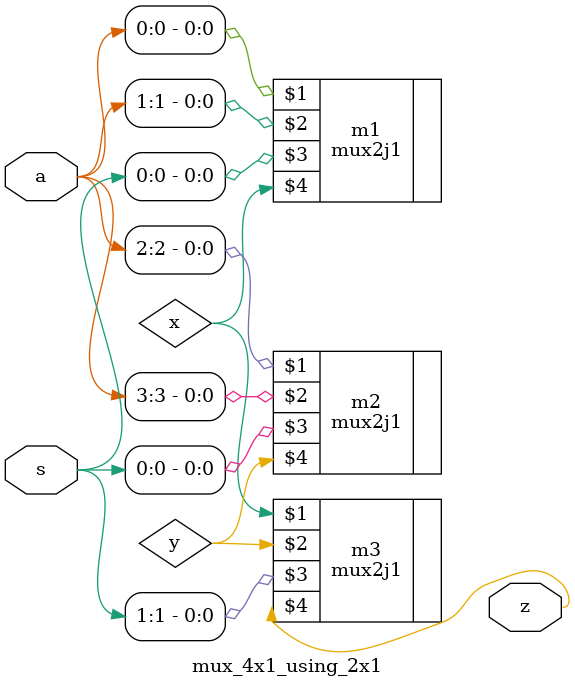
<source format=v>
`timescale 1ns / 1ps

module mux_4x1_using_2x1 (a,s,z);

  //port dorectaon
  input [3:0]a;
  input [1:0]s;
  output z;
  

   //implementataon
   mux2j1 m1(a[0],a[1],s[0],x);
   mux2j1 m2(a[2],a[3],s[0],y);
   mux2j1 m3(x,y,s[1],z);
   

endmodule
</source>
